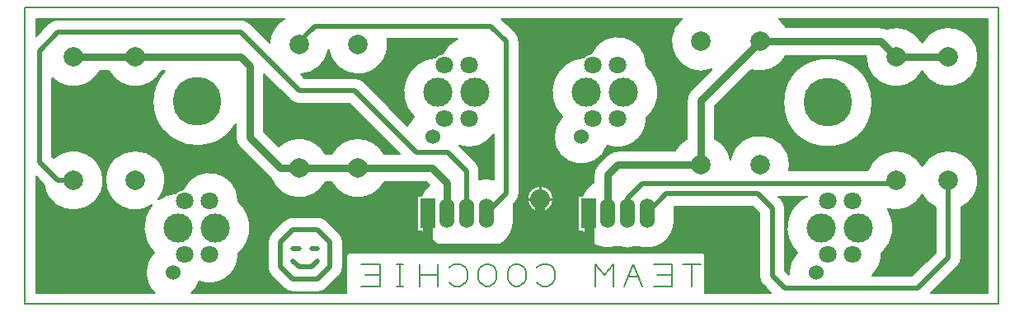
<source format=gbr>
G04 DesignSpark PCB Gerber Version 10.0 Build 5299*
G04 #@! TF.Part,Single*
G04 #@! TF.FileFunction,Copper,L2,Bot*
G04 #@! TF.FilePolarity,Positive*
%FSLAX35Y35*%
%MOIN*%
G04 #@! TA.AperFunction,ComponentPad*
%ADD71O,0.06000X0.12000*%
%ADD70R,0.06000X0.12000*%
G04 #@! TD.AperFunction*
%ADD10C,0.00500*%
%ADD21C,0.00700*%
%ADD11C,0.01000*%
%ADD14C,0.02000*%
%ADD20C,0.03000*%
%ADD12C,0.04000*%
G04 #@! TA.AperFunction,ComponentPad*
%ADD19C,0.06000*%
%ADD17C,0.07087*%
%ADD16C,0.07874*%
G04 #@! TA.AperFunction,ViaPad*
%ADD13C,0.08000*%
G04 #@! TA.AperFunction,ComponentPad*
%ADD18C,0.11811*%
G04 #@! TA.AperFunction,WasherPad*
%ADD15C,0.19685*%
G04 #@! TD.AperFunction*
X0Y0D02*
D02*
D10*
X21904Y25250D02*
X415604D01*
Y145250D01*
X21904D01*
Y25250D01*
X26341Y76824D02*
Y29687D01*
X74355D01*
G75*
G02*
X74151Y46038I7441J8270D01*
G01*
G75*
G02*
X73335Y65313I9770J10068D01*
G01*
G75*
G02*
X54439Y75250I-6835J9937D01*
G01*
G75*
G02*
X78561I12061J0D01*
G01*
G75*
G02*
X75751Y67511I-12061J0D01*
G01*
G75*
G02*
X82929Y70101I8170J-11406D01*
G01*
G75*
G02*
X85850Y71669I3587J-3179D01*
G01*
G75*
G02*
X108167Y66904I10650J-4765D01*
G01*
G75*
G02*
X108164Y66626I-11669J-6D01*
G01*
G75*
G02*
X108165Y45587I-9282J-10520D01*
G01*
G75*
G02*
X108169Y45255I-11670J-332D01*
G01*
G75*
G02*
X92322Y34362I-11667J0D01*
G01*
G75*
G02*
X89235Y29687I-10528J3594D01*
G01*
X151935D01*
G75*
G02*
X151917Y29900I1232J212D01*
G01*
Y44774D01*
G75*
G02*
X153167Y46024I1250J0D01*
G01*
X295600D01*
G75*
G02*
X296850Y44774I0J-1250D01*
G01*
Y29900D01*
G75*
G02*
X296832Y29687I-1250J0D01*
G01*
X323478D01*
X320335Y32830D01*
G75*
G02*
X318813Y36500I3665J3670D01*
G01*
Y61852D01*
X315995Y64669D01*
X284435D01*
Y58894D01*
G75*
G02*
X269374Y48490I-11124J0D01*
G01*
G75*
G02*
X261500I-3937J10404D01*
G01*
G75*
G02*
X247283Y54644I-3937J10404D01*
G01*
X245439D01*
Y69144D01*
X247283D01*
G75*
G02*
X251876Y74454I10280J-4250D01*
G01*
Y77563D01*
G75*
G02*
X253546Y81589I5687J0D01*
G01*
X257474Y85517D01*
G75*
G02*
X261500Y87187I4026J-4017D01*
G01*
X284614D01*
G75*
G02*
X289563Y92136I10637J-5687D01*
G01*
Y107750D01*
G75*
G02*
X291229Y111771I5687J0D01*
G01*
X299779Y120322D01*
G75*
G02*
X287586Y140813I-4529J11178D01*
G01*
X214522D01*
X220165Y135170D01*
G75*
G02*
X221687Y131500I-3665J-3670D01*
G01*
Y69982D01*
G75*
G02*
X219513Y65760I-5187J0D01*
G01*
X219409Y65656D01*
G75*
G02*
X219435Y64894I-11098J-760D01*
G01*
Y58894D01*
G75*
G02*
X204374Y48490I-11124J0D01*
G01*
G75*
G02*
X196500I-3937J10404D01*
G01*
G75*
G02*
X182283Y54644I-3937J10404D01*
G01*
X180439D01*
Y69144D01*
X182283D01*
G75*
G02*
X185347Y73360I10280J-4250D01*
G01*
X184144Y74563D01*
X167136D01*
G75*
G02*
X145864I-10636J5687D01*
G01*
X143386D01*
G75*
G02*
X121458Y76011I-10636J5687D01*
G01*
G75*
G02*
X121229Y76229I3795J4238D01*
G01*
X108729Y88729D01*
G75*
G02*
X107063Y92750I4021J4021D01*
G01*
Y98192D01*
G75*
G02*
X73533Y107169I-15563J8977D01*
G01*
G75*
G02*
X78493Y119563I17967J0D01*
G01*
X77136D01*
G75*
G02*
X55864I-10636J5687D01*
G01*
X52136D01*
G75*
G02*
X32937Y116756I-10636J5687D01*
G01*
Y84898D01*
X33531Y84304D01*
G75*
G02*
X53561Y75250I7969J-9054D01*
G01*
G75*
G02*
X29550Y73614I-12061J0D01*
G01*
X26341Y76824D01*
X225000Y67750D02*
G75*
G02*
X235500I5250J0D01*
G01*
G75*
G02*
X225000I-5250J0D01*
G01*
X273164Y121626D02*
G75*
G02*
X273165Y100587I-9282J-10520D01*
G01*
G75*
G02*
X273169Y100255I-11670J-332D01*
G01*
G75*
G02*
X257322Y89362I-11667J0D01*
G01*
G75*
G02*
X235671Y92957I-10527J3594D01*
G01*
G75*
G02*
X239151Y101038I11124J0D01*
G01*
G75*
G02*
X247929Y125101I9770J10069D01*
G01*
G75*
G02*
X250850Y126669I3587J-3179D01*
G01*
G75*
G02*
X273167Y121904I10650J-4765D01*
G01*
G75*
G02*
X273164Y121626I-11669J-6D01*
G01*
X148915Y53920D02*
G75*
G02*
X150437Y50250I-3665J-3670D01*
G01*
Y40250D01*
G75*
G02*
X148915Y36580I-5187J0D01*
G01*
X143920Y31585D01*
G75*
G02*
X140250Y30063I-3670J3665D01*
G01*
X130250D01*
G75*
G02*
X126580Y31585I0J5187D01*
G01*
X121585Y36580D01*
G75*
G02*
X120063Y40250I3665J3670D01*
G01*
Y50250D01*
G75*
G02*
X121585Y53920I5187J0D01*
G01*
X126580Y58915D01*
G75*
G02*
X130250Y60437I3670J-3665D01*
G01*
X140250D01*
G75*
G02*
X143920Y58915I0J-5187D01*
G01*
X148915Y53920D01*
X26591Y45250D02*
G36*
X26591Y45250D02*
Y29937D01*
X74086D01*
G75*
G02*
X70671Y37957I7709J8020D01*
G01*
G75*
G02*
X73396Y45250I11124J0D01*
G01*
X26591D01*
G37*
X92322Y34362D02*
G36*
X92322Y34362D02*
G75*
G02*
X89504Y29937I-10531J3596D01*
G01*
X151917D01*
Y44774D01*
G75*
G02*
X152012Y45250I1250J0D01*
G01*
X150437D01*
Y40250D01*
G75*
G02*
X148915Y36580I-5188J1D01*
G01*
X143920Y31585D01*
G75*
G02*
X140250Y30063I-3671J3667D01*
G01*
X130250D01*
G75*
G02*
X126580Y31585I1J5188D01*
G01*
X121585Y36580D01*
G75*
G02*
X120063Y40250I3667J3671D01*
G01*
Y45250D01*
X108169D01*
G75*
G02*
X92322Y34362I-11668J6D01*
G01*
G37*
X296850Y44774D02*
G36*
X296850Y44774D02*
Y29937D01*
X323228D01*
X320335Y32830D01*
G75*
G02*
X318813Y36500I3667J3671D01*
G01*
Y45250D01*
X296756D01*
G75*
G02*
X296850Y44774I-1156J-477D01*
G01*
G37*
X26591Y67750D02*
G36*
X26591Y67750D02*
Y45250D01*
X73396D01*
G75*
G02*
X74151Y46038I8400J-7295D01*
G01*
G75*
G02*
X69892Y56106I9771J10068D01*
G01*
G75*
G02*
X73335Y65313I14030J0D01*
G01*
G75*
G02*
X57055Y67750I-6835J9937D01*
G01*
X50945D01*
G75*
G02*
X32055I-9445J7501D01*
G01*
X26591D01*
G37*
X75945D02*
G36*
X75945Y67750D02*
G75*
G02*
X75751Y67511I-9447J7502D01*
G01*
G75*
G02*
X76094Y67750I8170J-11403D01*
G01*
X75945D01*
G37*
X108167Y66904D02*
G36*
X108167Y66904D02*
G75*
G02*
X108164Y66626I-12207J0D01*
G01*
G75*
G02*
X112911Y56107I-9282J-10520D01*
G01*
G75*
G02*
X108165Y45587I-14030J0D01*
G01*
G75*
G02*
X108169Y45256I-11635J-331D01*
G01*
Y45255D01*
G75*
G02*
Y45250I-11730J-2D01*
G01*
X120063D01*
Y50250D01*
G75*
G02*
X121585Y53920I5188J-1D01*
G01*
X126580Y58915D01*
G75*
G02*
X130250Y60437I3671J-3667D01*
G01*
X140250D01*
G75*
G02*
X143920Y58915I-1J-5188D01*
G01*
X148915Y53920D01*
G75*
G02*
X150437Y50250I-3667J-3671D01*
G01*
Y45250D01*
X152012D01*
G75*
G02*
X153167Y46024I1156J-476D01*
G01*
X295600D01*
G75*
G02*
X296756Y45250I0J-1250D01*
G01*
X318813D01*
Y61852D01*
X315995Y64669D01*
X284435D01*
Y58894D01*
G75*
G02*
X269374Y48490I-11124J0D01*
G01*
G75*
G02*
X261500I-3937J10403D01*
G01*
G75*
G02*
X247283Y54644I-3937J10404D01*
G01*
X245439D01*
Y67750D01*
X235500D01*
G75*
G02*
X225000I-5250J0D01*
G01*
X221182D01*
G75*
G02*
X219513Y65760I-4682J2232D01*
G01*
X219409Y65656D01*
G75*
G02*
X219435Y64906I-10823J-750D01*
G01*
G75*
G02*
Y64894I-11094J-6D01*
G01*
Y58894D01*
G75*
G02*
X204374Y48490I-11124J0D01*
G01*
G75*
G02*
X196500I-3937J10403D01*
G01*
G75*
G02*
X182283Y54644I-3937J10404D01*
G01*
X180439D01*
Y67750D01*
X108137D01*
G75*
G02*
X108167Y66904I-11641J-846D01*
G01*
G37*
X26591Y76574D02*
G36*
X26591Y76574D02*
Y67750D01*
X32055D01*
G75*
G02*
X29550Y73614I9446J7501D01*
G01*
X26591Y76574D01*
G37*
X32937Y107702D02*
G36*
X32937Y107702D02*
Y84898D01*
X33531Y84304D01*
G75*
G02*
X53561Y75250I7969J-9054D01*
G01*
G75*
G02*
X50945Y67750I-12061J0D01*
G01*
X57055D01*
G75*
G02*
X54439Y75250I9446J7500D01*
G01*
G75*
G02*
X78561I12061J0D01*
G01*
G75*
G02*
X75945Y67750I-12061J0D01*
G01*
X76094D01*
G75*
G02*
X82929Y70101I7826J-11642D01*
G01*
G75*
G02*
X85850Y71669I3587J-3180D01*
G01*
G75*
G02*
X108137Y67750I10650J-4765D01*
G01*
X180439D01*
Y69144D01*
X182283D01*
G75*
G02*
X185347Y73360I10280J-4250D01*
G01*
X184144Y74563D01*
X167136D01*
G75*
G02*
X145864I-10636J5687D01*
G01*
X143386D01*
G75*
G02*
X121458Y76011I-10636J5687D01*
G01*
G75*
G02*
X121229Y76229I3993J4446D01*
G01*
X108729Y88729D01*
G75*
G02*
X107063Y92750I4022J4022D01*
G01*
Y98192D01*
G75*
G02*
X73533Y107169I-15563J8978D01*
G01*
G75*
G02*
X73541Y107702I17974J0D01*
G01*
X32937D01*
G37*
X221687D02*
G36*
X221687Y107702D02*
Y69982D01*
Y69982D01*
G75*
G02*
X221182Y67750I-5187J0D01*
G01*
X225000D01*
G75*
G02*
X235500I5250J0D01*
G01*
X245439D01*
Y69144D01*
X247283D01*
G75*
G02*
X251876Y74454I10277J-4248D01*
G01*
Y77563D01*
G75*
G02*
X253546Y81589I5687J0D01*
G01*
X257474Y85517D01*
G75*
G02*
X261500Y87187I4026J-4016D01*
G01*
X284614D01*
G75*
G02*
X289563Y92136I10636J-5687D01*
G01*
Y107702D01*
X277492D01*
G75*
G02*
X273165Y100587I-13610J3405D01*
G01*
G75*
G02*
X273169Y100256I-11635J-331D01*
G01*
Y100255D01*
G75*
G02*
X257322Y89362I-11668J0D01*
G01*
G75*
G02*
X235671Y92957I-10527J3594D01*
G01*
G75*
G02*
X239151Y101038I11126J-1D01*
G01*
G75*
G02*
X235311Y107702I9770J10068D01*
G01*
X221687D01*
G37*
X32937Y116756D02*
G36*
X32937Y116756D02*
Y107702D01*
X73541D01*
G75*
G02*
X78493Y119563I17960J-533D01*
G01*
X77136D01*
G75*
G02*
X55864I-10636J5687D01*
G01*
X52136D01*
G75*
G02*
X32937Y116756I-10636J5687D01*
G01*
G37*
X214772Y140563D02*
G36*
X214772Y140563D02*
X220165Y135170D01*
G75*
G02*
X221687Y131500I-3667J-3671D01*
G01*
Y107702D01*
X235311D01*
G75*
G02*
X234892Y111106I13610J3406D01*
G01*
G75*
G02*
X247929Y125101I14030J0D01*
G01*
G75*
G02*
X250850Y126669I3587J-3180D01*
G01*
G75*
G02*
X273167Y121904I10650J-4765D01*
G01*
G75*
G02*
X273164Y121626I-12207J0D01*
G01*
G75*
G02*
X277911Y111107I-9282J-10520D01*
G01*
G75*
G02*
X277492Y107702I-14031J-1D01*
G01*
X289563D01*
Y107750D01*
G75*
G02*
X291229Y111771I5688J-1D01*
G01*
X299779Y120322D01*
G75*
G02*
X283189Y131500I-4529J11178D01*
G01*
G75*
G02*
X287292Y140563I12061J0D01*
G01*
X214772D01*
G37*
X26341Y140813D02*
Y133676D01*
X31580Y138915D01*
G75*
G02*
X35250Y140437I3670J-3665D01*
G01*
X109000D01*
G75*
G02*
X112670Y138915I0J-5187D01*
G01*
X120706Y130880D01*
G75*
G02*
X126928Y140813I12045J-630D01*
G01*
X26341D01*
G36*
X26341Y140813D02*
Y133676D01*
X31580Y138915D01*
G75*
G02*
X35250Y140437I3670J-3665D01*
G01*
X109000D01*
G75*
G02*
X112670Y138915I0J-5187D01*
G01*
X120706Y130880D01*
G75*
G02*
X126928Y140813I12045J-630D01*
G01*
X26341D01*
G37*
X118437Y118478D02*
Y95106D01*
X124497Y89045D01*
G75*
G02*
X143386Y85937I8253J-8796D01*
G01*
X145864D01*
G75*
G02*
X167136I10636J-5687D01*
G01*
X173478D01*
X153102Y106313D01*
X132750D01*
G75*
G02*
X129080Y107835I0J5187D01*
G01*
X118437Y118478D01*
G36*
X118437Y118478D02*
Y95106D01*
X124497Y89045D01*
G75*
G02*
X143386Y85937I8253J-8796D01*
G01*
X145864D01*
G75*
G02*
X167136I10636J-5687D01*
G01*
X173478D01*
X153102Y106313D01*
X132750D01*
G75*
G02*
X129080Y107835I0J5187D01*
G01*
X118437Y118478D01*
G37*
X133380Y118206D02*
X134898Y116687D01*
X155250D01*
G75*
G02*
X158920Y115165I0J-5187D01*
G01*
X176624Y97461D01*
G75*
G02*
X179151Y101038I10172J-4506D01*
G01*
G75*
G02*
X187929Y125101I9770J10069D01*
G01*
G75*
G02*
X190850Y126669I3587J-3179D01*
G01*
G75*
G02*
X196756Y132563I10650J-4765D01*
G01*
X168337D01*
G75*
G02*
X156500Y118189I-11837J-2313D01*
G01*
G75*
G02*
X144625Y128140I0J12061D01*
G01*
G75*
G02*
X133380Y118206I-11876J2110D01*
G01*
G36*
X133380Y118206D02*
X134898Y116687D01*
X155250D01*
G75*
G02*
X158920Y115165I0J-5187D01*
G01*
X176624Y97461D01*
G75*
G02*
X179151Y101038I10172J-4506D01*
G01*
G75*
G02*
X187929Y125101I9770J10069D01*
G01*
G75*
G02*
X190850Y126669I3587J-3179D01*
G01*
G75*
G02*
X196756Y132563I10650J-4765D01*
G01*
X168337D01*
G75*
G02*
X156500Y118189I-11837J-2313D01*
G01*
G75*
G02*
X144625Y128140I0J12061D01*
G01*
G75*
G02*
X133380Y118206I-11876J2110D01*
G01*
G37*
X211313Y93941D02*
G75*
G02*
X197443Y89317I-9811J6315D01*
G01*
X204092Y82668D01*
G75*
G02*
X204098Y82661I-3756J-3763D01*
G01*
G75*
G02*
X205624Y78987I-3661J-3674D01*
G01*
Y75688D01*
G75*
G02*
X211313Y75605I2687J-10794D01*
G01*
Y93941D01*
G36*
X211313Y93941D02*
G75*
G02*
X197443Y89317I-9811J6315D01*
G01*
X204092Y82668D01*
G75*
G02*
X204098Y82661I-3756J-3763D01*
G01*
G75*
G02*
X205624Y78987I-3661J-3674D01*
G01*
Y75688D01*
G75*
G02*
X211313Y75605I2687J-10794D01*
G01*
Y93941D01*
G37*
X300937Y105394D02*
Y92136D01*
G75*
G02*
X307125Y83610I-5687J-10637D01*
G01*
G75*
G02*
X331061Y81500I11875J-2110D01*
G01*
G75*
G02*
X330837Y79187I-12061J1D01*
G01*
X362600D01*
G75*
G02*
X384625Y80957I11400J-3937D01*
G01*
G75*
G02*
X407311Y75250I10625J-5707D01*
G01*
G75*
G02*
X400437Y64361I-12061J0D01*
G01*
Y44000D01*
G75*
G02*
X398915Y40330I-5187J0D01*
G01*
X388272Y29687D01*
X411167D01*
Y140813D01*
X326664D01*
G75*
G02*
X329636Y137187I-7664J-9314D01*
G01*
X367746D01*
G75*
G02*
X370120Y136670I4J-5687D01*
G01*
G75*
G02*
X384625Y130957I3880J-11420D01*
G01*
G75*
G02*
X407311Y125250I10625J-5707D01*
G01*
G75*
G02*
X384625Y119543I-12061J0D01*
G01*
G75*
G02*
X361939Y125250I-10625J5707D01*
G01*
G75*
G02*
X361952Y125813I12063J3D01*
G01*
X329636D01*
G75*
G02*
X315500Y119958I-10637J5688D01*
G01*
X300937Y105394D01*
X328533Y106825D02*
G75*
G02*
X364467I17967J0D01*
G01*
G75*
G02*
X328533I-17967J0D01*
G01*
X301187Y105644D02*
G36*
X301187Y105644D02*
Y91999D01*
G75*
G02*
X307125Y83610I-5938J-10500D01*
G01*
G75*
G02*
X331061Y81500I11875J-2111D01*
G01*
G75*
G02*
X330837Y79187I-12091J4D01*
G01*
X362600D01*
G75*
G02*
X384625Y80957I11400J-3937D01*
G01*
G75*
G02*
X407311Y75250I10625J-5707D01*
G01*
G75*
G02*
X400437Y64361I-12061J0D01*
G01*
Y44000D01*
G75*
G02*
X398915Y40330I-5188J1D01*
G01*
X388522Y29937D01*
X410917D01*
Y106825D01*
X364467D01*
G75*
G02*
X328533I-17967J0D01*
G01*
X302367D01*
X301187Y105644D01*
G37*
X315500Y119958D02*
G36*
X315500Y119958D02*
X302367Y106825D01*
X328533D01*
G75*
G02*
X364467I17967J0D01*
G01*
X410917D01*
Y140563D01*
X326958D01*
G75*
G02*
X329636Y137187I-7960J-9065D01*
G01*
X367746D01*
G75*
G02*
X370120Y136670I4J-5684D01*
G01*
G75*
G02*
X384625Y130957I3880J-11420D01*
G01*
G75*
G02*
X407311Y125250I10625J-5707D01*
G01*
G75*
G02*
X384625Y119543I-12061J0D01*
G01*
G75*
G02*
X361939Y125250I-10625J5707D01*
G01*
G75*
G02*
Y125258I12146J4D01*
G01*
G75*
G02*
X361952Y125813I11850J0D01*
G01*
X329636D01*
G75*
G02*
X315500Y119958I-10636J5687D01*
G01*
G37*
X326522Y68813D02*
X327665Y67670D01*
G75*
G02*
X329187Y64000I-3665J-3670D01*
G01*
Y38648D01*
X330702Y37134D01*
G75*
G02*
X330671Y37957I11094J821D01*
G01*
G75*
G02*
X334151Y46038I11124J0D01*
G01*
G75*
G02*
X337974Y68813I9770J10069D01*
G01*
X326522D01*
G36*
X326522Y68813D02*
X327665Y67670D01*
G75*
G02*
X329187Y64000I-3665J-3670D01*
G01*
Y38648D01*
X330702Y37134D01*
G75*
G02*
X330671Y37957I11094J821D01*
G01*
G75*
G02*
X334151Y46038I11124J0D01*
G01*
G75*
G02*
X337974Y68813I9770J10069D01*
G01*
X326522D01*
G37*
X368169Y45255D02*
G75*
G02*
X364421Y36687I-11667J0D01*
G01*
X380602D01*
X390063Y46148D01*
Y64361D01*
G75*
G02*
X384625Y69543I5187J10889D01*
G01*
G75*
G02*
X370713Y63645I-10626J5708D01*
G01*
G75*
G02*
X368165Y45587I-11832J-7539D01*
G01*
G75*
G02*
X368169Y45255I-11670J-332D01*
G01*
G36*
X368169Y45255D02*
G75*
G02*
X364421Y36687I-11667J0D01*
G01*
X380602D01*
X390063Y46148D01*
Y64361D01*
G75*
G02*
X384625Y69543I5187J10889D01*
G01*
G75*
G02*
X370713Y63645I-10626J5708D01*
G01*
G75*
G02*
X368165Y45587I-11832J-7539D01*
G01*
G75*
G02*
X368169Y45255I-11670J-332D01*
G01*
G37*
D02*
D11*
X226750Y67750D02*
X224750D01*
X230250Y64250D02*
Y62250D01*
Y71250D02*
Y73250D01*
X233750Y67750D02*
X235750D01*
D02*
D12*
X184689Y61894D02*
Y50811D01*
X187750Y47750D01*
X225250D01*
X230250Y52750D01*
X235250Y47750D01*
X247750D01*
X250250Y50250D01*
Y61333D01*
X249689Y61894D01*
X230250Y52750D02*
Y67750D01*
D02*
D13*
D03*
D02*
D14*
X41500Y75250D02*
X35250D01*
X27750Y82750D01*
Y127750D01*
X35250Y135250D01*
X109000D01*
X132750Y111500D01*
X155250D01*
X180250Y86500D01*
X192924D01*
X200424Y79000D01*
X130250Y42750D02*
X132750Y40250D01*
X137750D01*
X140250Y42750D01*
X130250Y47750D02*
X132750D01*
X130250Y55250D02*
X125250Y50250D01*
Y40250D01*
X130250Y35250D01*
X140250D01*
X145250Y40250D01*
Y50250D01*
X140250Y55250D01*
X130250D01*
X132750Y130250D02*
Y131500D01*
X139000Y137750D01*
X210250D01*
X216500Y131500D01*
Y69982D01*
X216400D01*
X208311Y61894D01*
X137750Y47750D02*
X140250D01*
X200424Y62081D02*
X200437Y62068D01*
Y61894D02*
Y78987D01*
X200424Y79000D01*
X202747Y99010D02*
X201502Y100255D01*
X265437Y61894D02*
Y67937D01*
X271500Y74000D01*
X372750D01*
X374000Y75250D01*
X266500Y60831D02*
X265437Y61894D01*
X281500Y69856D02*
X281274D01*
X273311Y61894D01*
X281500Y69856D02*
X318144D01*
X324000Y64000D01*
Y36500D01*
X329000Y31500D01*
X382750D01*
X395250Y44000D01*
Y75250D01*
D02*
D15*
X91500Y107169D03*
X346500Y106825D03*
D02*
D16*
X41500Y75250D03*
Y125250D03*
X66500Y75250D03*
Y125250D03*
X132750Y80250D03*
Y130250D03*
X156500Y80250D03*
Y130250D03*
X295250Y81500D03*
Y131500D03*
X319000Y81500D03*
Y131500D03*
X374000Y75250D03*
Y125250D03*
X395250Y75250D03*
Y125250D03*
D02*
D17*
X86500Y45250D03*
X86516Y66922D03*
X96500Y66904D03*
X96502Y45255D03*
X191500Y100250D03*
X191516Y121922D03*
X201500Y121904D03*
X201502Y100255D03*
X251500Y100250D03*
X251516Y121922D03*
X261500Y121904D03*
X261502Y100255D03*
X346500Y45250D03*
X346516Y66922D03*
X356500Y66904D03*
X356502Y45255D03*
D02*
D18*
X83921Y56106D03*
X98882D03*
X188921Y111106D03*
X203882D03*
X248921D03*
X263882D03*
X343921Y56106D03*
X358882D03*
D02*
D19*
X81795Y37957D03*
X186795Y92957D03*
X246795D03*
X341795Y37957D03*
D02*
D70*
X184689Y61894D03*
X249689D03*
D02*
D71*
X192563D03*
X200437D03*
X208311D03*
X257563D03*
X265437D03*
X273311D03*
D02*
D20*
X41500Y125250D02*
X66500D01*
X109000D01*
X112750Y121500D01*
Y92750D01*
X125250Y80250D01*
X132750D01*
X156500D01*
X192563Y61894D02*
Y74187D01*
X186500Y80250D01*
X156500D01*
X192563Y61894D02*
X191500Y62957D01*
X257563Y61894D02*
Y77563D01*
X261500Y81500D01*
X295250D01*
Y107750D01*
X319000Y131500D01*
X374000Y125250D02*
X367750Y131500D01*
X319000D01*
X395250Y125250D02*
X374000D01*
D02*
D21*
X291559Y32465D02*
Y41323D01*
X295250D02*
X287868D01*
X283439Y32465D02*
Y41323D01*
X276057D01*
X277533Y36894D02*
X283439D01*
Y32465D02*
X276057D01*
X271628D02*
X267937Y41323D01*
X264246Y32465D01*
X270152Y36156D02*
X265722D01*
X259817Y32465D02*
Y41323D01*
X256126Y36894D01*
X252435Y41323D01*
Y32465D01*
X228813Y33941D02*
X229551Y33203D01*
X231028Y32465D01*
X233242D01*
X234719Y33203D01*
X235457Y33941D01*
X236195Y35417D01*
Y38370D01*
X235457Y39846D01*
X234719Y40585D01*
X233242Y41323D01*
X231028D01*
X229551Y40585D01*
X228813Y39846D01*
X224384Y35417D02*
Y38370D01*
X223646Y39846D01*
X222907Y40585D01*
X221431Y41323D01*
X219955D01*
X218478Y40585D01*
X217740Y39846D01*
X217002Y38370D01*
Y35417D01*
X217740Y33941D01*
X218478Y33203D01*
X219955Y32465D01*
X221431D01*
X222907Y33203D01*
X223646Y33941D01*
X224384Y35417D01*
X212573D02*
Y38370D01*
X211835Y39846D01*
X211096Y40585D01*
X209620Y41323D01*
X208144D01*
X206667Y40585D01*
X205929Y39846D01*
X205191Y38370D01*
Y35417D01*
X205929Y33941D01*
X206667Y33203D01*
X208144Y32465D01*
X209620D01*
X211096Y33203D01*
X211835Y33941D01*
X212573Y35417D01*
X193380Y33941D02*
X194118Y33203D01*
X195594Y32465D01*
X197809D01*
X199285Y33203D01*
X200024Y33941D01*
X200762Y35417D01*
Y38370D01*
X200024Y39846D01*
X199285Y40585D01*
X197809Y41323D01*
X195594D01*
X194118Y40585D01*
X193380Y39846D01*
X188951Y32465D02*
Y41323D01*
Y36894D02*
X181569D01*
Y32465D02*
Y41323D01*
X174925Y32465D02*
X171972D01*
X173449D02*
Y41323D01*
X174925D02*
X171972D01*
X165329Y32465D02*
Y41323D01*
X157947D01*
X159423Y36894D02*
X165329D01*
Y32465D02*
X157947D01*
X0Y0D02*
M02*

</source>
